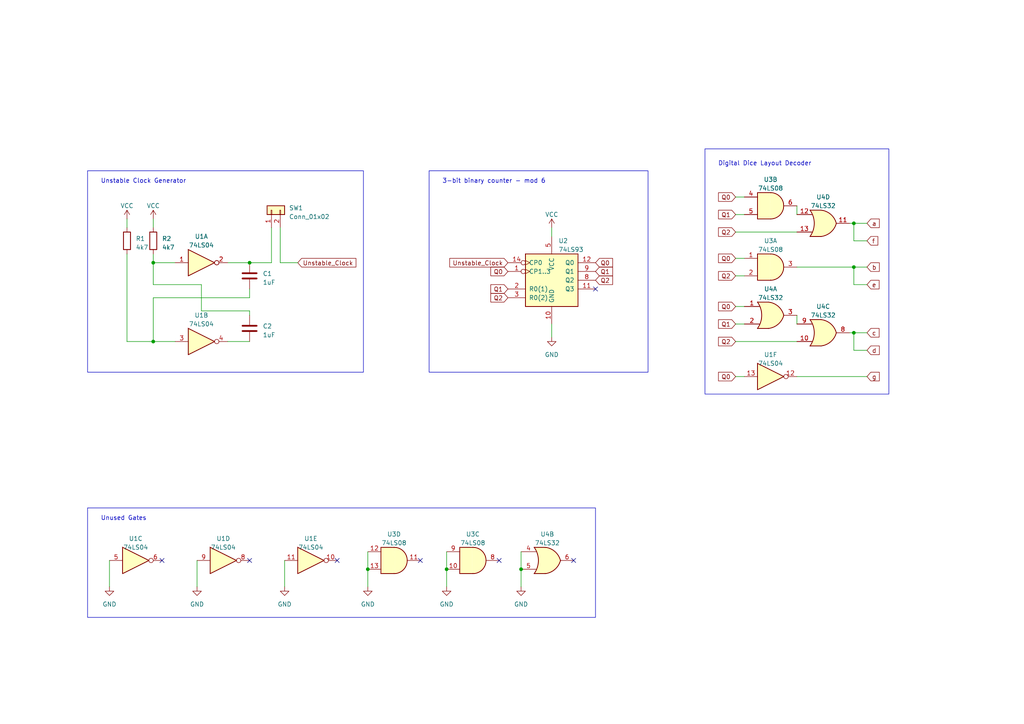
<source format=kicad_sch>
(kicad_sch (version 20230121) (generator eeschema)
  (paper "A4")
  (lib_symbols
    (symbol "74xx:74LS04"
      (property "Reference" "U" (at 0 1.27 0))
      (property "Value" "74LS04" (at 0 -1.27 0))
      (symbol "74LS04_1_0"
        (polyline (pts (xy -3.81 3.81) (xy -3.81 -3.81) (xy 3.81 0) (xy -3.81 3.81)) (stroke (width 0.254)) (fill (type background)))
        (pin input line (at -7.62 0 0) (length 3.81) (name "~") (number "1"))
        (pin output inverted (at 7.62 0 180) (length 3.81) (name "~") (number "2"))
      )
      (symbol "74LS04_2_0"
        (polyline (pts (xy -3.81 3.81) (xy -3.81 -3.81) (xy 3.81 0) (xy -3.81 3.81)) (stroke (width 0.254)) (fill (type background)))
        (pin input line (at -7.62 0 0) (length 3.81) (name "~") (number "3"))
        (pin output inverted (at 7.62 0 180) (length 3.81) (name "~") (number "4"))
      )
      (symbol "74LS04_3_0"
        (polyline (pts (xy -3.81 3.81) (xy -3.81 -3.81) (xy 3.81 0) (xy -3.81 3.81)) (stroke (width 0.254)) (fill (type background)))
        (pin input line (at -7.62 0 0) (length 3.81) (name "~") (number "5"))
        (pin output inverted (at 7.62 0 180) (length 3.81) (name "~") (number "6"))
      )
      (symbol "74LS04_4_0"
        (polyline (pts (xy -3.81 3.81) (xy -3.81 -3.81) (xy 3.81 0) (xy -3.81 3.81)) (stroke (width 0.254)) (fill (type background)))
        (pin output inverted (at 7.62 0 180) (length 3.81) (name "~") (number "8"))
        (pin input line (at -7.62 0 0) (length 3.81) (name "~") (number "9"))
      )
      (symbol "74LS04_5_0"
        (polyline (pts (xy -3.81 3.81) (xy -3.81 -3.81) (xy 3.81 0) (xy -3.81 3.81)) (stroke (width 0.254)) (fill (type background)))
        (pin output inverted (at 7.62 0 180) (length 3.81) (name "~") (number "10"))
        (pin input line (at -7.62 0 0) (length 3.81) (name "~") (number "11"))
      )
      (symbol "74LS04_6_0"
        (polyline (pts (xy -3.81 3.81) (xy -3.81 -3.81) (xy 3.81 0) (xy -3.81 3.81)) (stroke (width 0.254)) (fill (type background)))
        (pin output inverted (at 7.62 0 180) (length 3.81) (name "~") (number "12"))
        (pin input line (at -7.62 0 0) (length 3.81) (name "~") (number "13"))
      )
      (symbol "74LS04_7_0"
        (pin power_in line (at 0 12.7 270) (length 5.08) (name "VCC") (number "14"))
        (pin power_in line (at 0 -12.7 90) (length 5.08) (name "GND") (number "7"))
      )
      (symbol "74LS04_7_1"
        (rectangle (start -5.08 7.62) (end 5.08 -7.62) (stroke (width 0.254)) (fill (type background)))
      )
    )
    (symbol "74xx:74LS08" (pin_names (offset 1.016))
      (property "Reference" "U" (at 0 1.27 0))
      (property "Value" "74LS08" (at 0 -1.27 0))
      (symbol "74LS08_1_1"
        (arc (start 0 -3.81) (mid 3.7934 0) (end 0 3.81) (stroke (width 0.254)) (fill (type background)))
        (polyline (pts (xy 0 3.81) (xy -3.81 3.81) (xy -3.81 -3.81) (xy 0 -3.81)) (stroke (width 0.254)) (fill (type background)))
        (pin input line (at -7.62 2.54 0) (length 3.81) (name "~") (number "1"))
        (pin input line (at -7.62 -2.54 0) (length 3.81) (name "~") (number "2"))
        (pin output line (at 7.62 0 180) (length 3.81) (name "~") (number "3"))
      )
      (symbol "74LS08_1_2"
        (arc (start -3.81 -3.81) (mid -2.589 0) (end -3.81 3.81) (stroke (width 0.254)))
        (arc (start -0.6096 -3.81) (mid 2.1842 -2.5851) (end 3.81 0) (stroke (width 0.254)) (fill (type background)))
        (polyline (pts (xy -3.81 -3.81) (xy -0.635 -3.81)) (stroke (width 0.254)) (fill (type background)))
        (polyline (pts (xy -3.81 3.81) (xy -0.635 3.81)) (stroke (width 0.254)) (fill (type background)))
        (polyline (pts (xy -0.635 3.81) (xy -3.81 3.81) (xy -3.81 3.81) (xy -3.556 3.4036) (xy -3.0226 2.2606) (xy -2.6924 1.0414) (xy -2.6162 -0.254) (xy -2.7686 -1.4986) (xy -3.175 -2.7178) (xy -3.81 -3.81) (xy -3.81 -3.81) (xy -0.635 -3.81)) (stroke (width -25.4)) (fill (type background)))
        (arc (start 3.81 0) (mid 2.1915 2.5936) (end -0.6096 3.81) (stroke (width 0.254)) (fill (type background)))
        (pin input inverted (at -7.62 2.54 0) (length 4.318) (name "~") (number "1"))
        (pin input inverted (at -7.62 -2.54 0) (length 4.318) (name "~") (number "2"))
        (pin output inverted (at 7.62 0 180) (length 3.81) (name "~") (number "3"))
      )
      (symbol "74LS08_2_1"
        (arc (start 0 -3.81) (mid 3.7934 0) (end 0 3.81) (stroke (width 0.254)) (fill (type background)))
        (polyline (pts (xy 0 3.81) (xy -3.81 3.81) (xy -3.81 -3.81) (xy 0 -3.81)) (stroke (width 0.254)) (fill (type background)))
        (pin input line (at -7.62 2.54 0) (length 3.81) (name "~") (number "4"))
        (pin input line (at -7.62 -2.54 0) (length 3.81) (name "~") (number "5"))
        (pin output line (at 7.62 0 180) (length 3.81) (name "~") (number "6"))
      )
      (symbol "74LS08_2_2"
        (arc (start -3.81 -3.81) (mid -2.589 0) (end -3.81 3.81) (stroke (width 0.254)))
        (arc (start -0.6096 -3.81) (mid 2.1842 -2.5851) (end 3.81 0) (stroke (width 0.254)) (fill (type background)))
        (polyline (pts (xy -3.81 -3.81) (xy -0.635 -3.81)) (stroke (width 0.254)) (fill (type background)))
        (polyline (pts (xy -3.81 3.81) (xy -0.635 3.81)) (stroke (width 0.254)) (fill (type background)))
        (polyline (pts (xy -0.635 3.81) (xy -3.81 3.81) (xy -3.81 3.81) (xy -3.556 3.4036) (xy -3.0226 2.2606) (xy -2.6924 1.0414) (xy -2.6162 -0.254) (xy -2.7686 -1.4986) (xy -3.175 -2.7178) (xy -3.81 -3.81) (xy -3.81 -3.81) (xy -0.635 -3.81)) (stroke (width -25.4)) (fill (type background)))
        (arc (start 3.81 0) (mid 2.1915 2.5936) (end -0.6096 3.81) (stroke (width 0.254)) (fill (type background)))
        (pin input inverted (at -7.62 2.54 0) (length 4.318) (name "~") (number "4"))
        (pin input inverted (at -7.62 -2.54 0) (length 4.318) (name "~") (number "5"))
        (pin output inverted (at 7.62 0 180) (length 3.81) (name "~") (number "6"))
      )
      (symbol "74LS08_3_1"
        (arc (start 0 -3.81) (mid 3.7934 0) (end 0 3.81) (stroke (width 0.254)) (fill (type background)))
        (polyline (pts (xy 0 3.81) (xy -3.81 3.81) (xy -3.81 -3.81) (xy 0 -3.81)) (stroke (width 0.254)) (fill (type background)))
        (pin input line (at -7.62 -2.54 0) (length 3.81) (name "~") (number "10"))
        (pin output line (at 7.62 0 180) (length 3.81) (name "~") (number "8"))
        (pin input line (at -7.62 2.54 0) (length 3.81) (name "~") (number "9"))
      )
      (symbol "74LS08_3_2"
        (arc (start -3.81 -3.81) (mid -2.589 0) (end -3.81 3.81) (stroke (width 0.254)))
        (arc (start -0.6096 -3.81) (mid 2.1842 -2.5851) (end 3.81 0) (stroke (width 0.254)) (fill (type background)))
        (polyline (pts (xy -3.81 -3.81) (xy -0.635 -3.81)) (stroke (width 0.254)) (fill (type background)))
        (polyline (pts (xy -3.81 3.81) (xy -0.635 3.81)) (stroke (width 0.254)) (fill (type background)))
        (polyline (pts (xy -0.635 3.81) (xy -3.81 3.81) (xy -3.81 3.81) (xy -3.556 3.4036) (xy -3.0226 2.2606) (xy -2.6924 1.0414) (xy -2.6162 -0.254) (xy -2.7686 -1.4986) (xy -3.175 -2.7178) (xy -3.81 -3.81) (xy -3.81 -3.81) (xy -0.635 -3.81)) (stroke (width -25.4)) (fill (type background)))
        (arc (start 3.81 0) (mid 2.1915 2.5936) (end -0.6096 3.81) (stroke (width 0.254)) (fill (type background)))
        (pin input inverted (at -7.62 -2.54 0) (length 4.318) (name "~") (number "10"))
        (pin output inverted (at 7.62 0 180) (length 3.81) (name "~") (number "8"))
        (pin input inverted (at -7.62 2.54 0) (length 4.318) (name "~") (number "9"))
      )
      (symbol "74LS08_4_1"
        (arc (start 0 -3.81) (mid 3.7934 0) (end 0 3.81) (stroke (width 0.254)) (fill (type background)))
        (polyline (pts (xy 0 3.81) (xy -3.81 3.81) (xy -3.81 -3.81) (xy 0 -3.81)) (stroke (width 0.254)) (fill (type background)))
        (pin output line (at 7.62 0 180) (length 3.81) (name "~") (number "11"))
        (pin input line (at -7.62 2.54 0) (length 3.81) (name "~") (number "12"))
        (pin input line (at -7.62 -2.54 0) (length 3.81) (name "~") (number "13"))
      )
      (symbol "74LS08_4_2"
        (arc (start -3.81 -3.81) (mid -2.589 0) (end -3.81 3.81) (stroke (width 0.254)))
        (arc (start -0.6096 -3.81) (mid 2.1842 -2.5851) (end 3.81 0) (stroke (width 0.254)) (fill (type background)))
        (polyline (pts (xy -3.81 -3.81) (xy -0.635 -3.81)) (stroke (width 0.254)) (fill (type background)))
        (polyline (pts (xy -3.81 3.81) (xy -0.635 3.81)) (stroke (width 0.254)) (fill (type background)))
        (polyline (pts (xy -0.635 3.81) (xy -3.81 3.81) (xy -3.81 3.81) (xy -3.556 3.4036) (xy -3.0226 2.2606) (xy -2.6924 1.0414) (xy -2.6162 -0.254) (xy -2.7686 -1.4986) (xy -3.175 -2.7178) (xy -3.81 -3.81) (xy -3.81 -3.81) (xy -0.635 -3.81)) (stroke (width -25.4)) (fill (type background)))
        (arc (start 3.81 0) (mid 2.1915 2.5936) (end -0.6096 3.81) (stroke (width 0.254)) (fill (type background)))
        (pin output inverted (at 7.62 0 180) (length 3.81) (name "~") (number "11"))
        (pin input inverted (at -7.62 2.54 0) (length 4.318) (name "~") (number "12"))
        (pin input inverted (at -7.62 -2.54 0) (length 4.318) (name "~") (number "13"))
      )
      (symbol "74LS08_5_0"
        (pin power_in line (at 0 12.7 270) (length 5.08) (name "VCC") (number "14"))
        (pin power_in line (at 0 -12.7 90) (length 5.08) (name "GND") (number "7"))
      )
      (symbol "74LS08_5_1"
        (rectangle (start -5.08 7.62) (end 5.08 -7.62) (stroke (width 0.254)) (fill (type background)))
      )
    )
    (symbol "74xx:74LS32" (pin_names (offset 1.016))
      (property "Reference" "U" (at 0 1.27 0))
      (property "Value" "74LS32" (at 0 -1.27 0))
      (symbol "74LS32_1_1"
        (arc (start -3.81 -3.81) (mid -2.589 0) (end -3.81 3.81) (stroke (width 0.254)))
        (arc (start -0.6096 -3.81) (mid 2.1842 -2.5851) (end 3.81 0) (stroke (width 0.254)) (fill (type background)))
        (polyline (pts (xy -3.81 -3.81) (xy -0.635 -3.81)) (stroke (width 0.254)) (fill (type background)))
        (polyline (pts (xy -3.81 3.81) (xy -0.635 3.81)) (stroke (width 0.254)) (fill (type background)))
        (polyline (pts (xy -0.635 3.81) (xy -3.81 3.81) (xy -3.81 3.81) (xy -3.556 3.4036) (xy -3.0226 2.2606) (xy -2.6924 1.0414) (xy -2.6162 -0.254) (xy -2.7686 -1.4986) (xy -3.175 -2.7178) (xy -3.81 -3.81) (xy -3.81 -3.81) (xy -0.635 -3.81)) (stroke (width -25.4)) (fill (type background)))
        (arc (start 3.81 0) (mid 2.1915 2.5936) (end -0.6096 3.81) (stroke (width 0.254)) (fill (type background)))
        (pin input line (at -7.62 2.54 0) (length 4.318) (name "~") (number "1"))
        (pin input line (at -7.62 -2.54 0) (length 4.318) (name "~") (number "2"))
        (pin output line (at 7.62 0 180) (length 3.81) (name "~") (number "3"))
      )
      (symbol "74LS32_1_2"
        (arc (start 0 -3.81) (mid 3.7934 0) (end 0 3.81) (stroke (width 0.254)) (fill (type background)))
        (polyline (pts (xy 0 3.81) (xy -3.81 3.81) (xy -3.81 -3.81) (xy 0 -3.81)) (stroke (width 0.254)) (fill (type background)))
        (pin input inverted (at -7.62 2.54 0) (length 3.81) (name "~") (number "1"))
        (pin input inverted (at -7.62 -2.54 0) (length 3.81) (name "~") (number "2"))
        (pin output inverted (at 7.62 0 180) (length 3.81) (name "~") (number "3"))
      )
      (symbol "74LS32_2_1"
        (arc (start -3.81 -3.81) (mid -2.589 0) (end -3.81 3.81) (stroke (width 0.254)))
        (arc (start -0.6096 -3.81) (mid 2.1842 -2.5851) (end 3.81 0) (stroke (width 0.254)) (fill (type background)))
        (polyline (pts (xy -3.81 -3.81) (xy -0.635 -3.81)) (stroke (width 0.254)) (fill (type background)))
        (polyline (pts (xy -3.81 3.81) (xy -0.635 3.81)) (stroke (width 0.254)) (fill (type background)))
        (polyline (pts (xy -0.635 3.81) (xy -3.81 3.81) (xy -3.81 3.81) (xy -3.556 3.4036) (xy -3.0226 2.2606) (xy -2.6924 1.0414) (xy -2.6162 -0.254) (xy -2.7686 -1.4986) (xy -3.175 -2.7178) (xy -3.81 -3.81) (xy -3.81 -3.81) (xy -0.635 -3.81)) (stroke (width -25.4)) (fill (type background)))
        (arc (start 3.81 0) (mid 2.1915 2.5936) (end -0.6096 3.81) (stroke (width 0.254)) (fill (type background)))
        (pin input line (at -7.62 2.54 0) (length 4.318) (name "~") (number "4"))
        (pin input line (at -7.62 -2.54 0) (length 4.318) (name "~") (number "5"))
        (pin output line (at 7.62 0 180) (length 3.81) (name "~") (number "6"))
      )
      (symbol "74LS32_2_2"
        (arc (start 0 -3.81) (mid 3.7934 0) (end 0 3.81) (stroke (width 0.254)) (fill (type background)))
        (polyline (pts (xy 0 3.81) (xy -3.81 3.81) (xy -3.81 -3.81) (xy 0 -3.81)) (stroke (width 0.254)) (fill (type background)))
        (pin input inverted (at -7.62 2.54 0) (length 3.81) (name "~") (number "4"))
        (pin input inverted (at -7.62 -2.54 0) (length 3.81) (name "~") (number "5"))
        (pin output inverted (at 7.62 0 180) (length 3.81) (name "~") (number "6"))
      )
      (symbol "74LS32_3_1"
        (arc (start -3.81 -3.81) (mid -2.589 0) (end -3.81 3.81) (stroke (width 0.254)))
        (arc (start -0.6096 -3.81) (mid 2.1842 -2.5851) (end 3.81 0) (stroke (width 0.254)) (fill (type background)))
        (polyline (pts (xy -3.81 -3.81) (xy -0.635 -3.81)) (stroke (width 0.254)) (fill (type background)))
        (polyline (pts (xy -3.81 3.81) (xy -0.635 3.81)) (stroke (width 0.254)) (fill (type background)))
        (polyline (pts (xy -0.635 3.81) (xy -3.81 3.81) (xy -3.81 3.81) (xy -3.556 3.4036) (xy -3.0226 2.2606) (xy -2.6924 1.0414) (xy -2.6162 -0.254) (xy -2.7686 -1.4986) (xy -3.175 -2.7178) (xy -3.81 -3.81) (xy -3.81 -3.81) (xy -0.635 -3.81)) (stroke (width -25.4)) (fill (type background)))
        (arc (start 3.81 0) (mid 2.1915 2.5936) (end -0.6096 3.81) (stroke (width 0.254)) (fill (type background)))
        (pin input line (at -7.62 -2.54 0) (length 4.318) (name "~") (number "10"))
        (pin output line (at 7.62 0 180) (length 3.81) (name "~") (number "8"))
        (pin input line (at -7.62 2.54 0) (length 4.318) (name "~") (number "9"))
      )
      (symbol "74LS32_3_2"
        (arc (start 0 -3.81) (mid 3.7934 0) (end 0 3.81) (stroke (width 0.254)) (fill (type background)))
        (polyline (pts (xy 0 3.81) (xy -3.81 3.81) (xy -3.81 -3.81) (xy 0 -3.81)) (stroke (width 0.254)) (fill (type background)))
        (pin input inverted (at -7.62 -2.54 0) (length 3.81) (name "~") (number "10"))
        (pin output inverted (at 7.62 0 180) (length 3.81) (name "~") (number "8"))
        (pin input inverted (at -7.62 2.54 0) (length 3.81) (name "~") (number "9"))
      )
      (symbol "74LS32_4_1"
        (arc (start -3.81 -3.81) (mid -2.589 0) (end -3.81 3.81) (stroke (width 0.254)))
        (arc (start -0.6096 -3.81) (mid 2.1842 -2.5851) (end 3.81 0) (stroke (width 0.254)) (fill (type background)))
        (polyline (pts (xy -3.81 -3.81) (xy -0.635 -3.81)) (stroke (width 0.254)) (fill (type background)))
        (polyline (pts (xy -3.81 3.81) (xy -0.635 3.81)) (stroke (width 0.254)) (fill (type background)))
        (polyline (pts (xy -0.635 3.81) (xy -3.81 3.81) (xy -3.81 3.81) (xy -3.556 3.4036) (xy -3.0226 2.2606) (xy -2.6924 1.0414) (xy -2.6162 -0.254) (xy -2.7686 -1.4986) (xy -3.175 -2.7178) (xy -3.81 -3.81) (xy -3.81 -3.81) (xy -0.635 -3.81)) (stroke (width -25.4)) (fill (type background)))
        (arc (start 3.81 0) (mid 2.1915 2.5936) (end -0.6096 3.81) (stroke (width 0.254)) (fill (type background)))
        (pin output line (at 7.62 0 180) (length 3.81) (name "~") (number "11"))
        (pin input line (at -7.62 2.54 0) (length 4.318) (name "~") (number "12"))
        (pin input line (at -7.62 -2.54 0) (length 4.318) (name "~") (number "13"))
      )
      (symbol "74LS32_4_2"
        (arc (start 0 -3.81) (mid 3.7934 0) (end 0 3.81) (stroke (width 0.254)) (fill (type background)))
        (polyline (pts (xy 0 3.81) (xy -3.81 3.81) (xy -3.81 -3.81) (xy 0 -3.81)) (stroke (width 0.254)) (fill (type background)))
        (pin output inverted (at 7.62 0 180) (length 3.81) (name "~") (number "11"))
        (pin input inverted (at -7.62 2.54 0) (length 3.81) (name "~") (number "12"))
        (pin input inverted (at -7.62 -2.54 0) (length 3.81) (name "~") (number "13"))
      )
      (symbol "74LS32_5_0"
        (pin power_in line (at 0 12.7 270) (length 5.08) (name "VCC") (number "14"))
        (pin power_in line (at 0 -12.7 90) (length 5.08) (name "GND") (number "7"))
      )
      (symbol "74LS32_5_1"
        (rectangle (start -5.08 7.62) (end 5.08 -7.62) (stroke (width 0.254)) (fill (type background)))
      )
    )
    (symbol "74xx:74LS93" (pin_names (offset 1.016))
      (property "Reference" "U" (at -7.62 8.89 0))
      (property "Value" "74LS93" (at -7.62 -8.89 0))
      (symbol "74LS93_1_0"
        (pin input inverted_clock (at -12.7 2.54 0) (length 5.08) (name "CP1..3") (number "1"))
        (pin power_in line (at 0 -12.7 90) (length 5.08) (name "GND") (number "10"))
        (pin output line (at 12.7 -2.54 180) (length 5.08) (name "Q3") (number "11"))
        (pin output line (at 12.7 5.08 180) (length 5.08) (name "Q0") (number "12"))
        (pin input inverted_clock (at -12.7 5.08 0) (length 5.08) (name "CP0") (number "14"))
        (pin input line (at -12.7 -2.54 0) (length 5.08) (name "R0(1)") (number "2"))
        (pin input line (at -12.7 -5.08 0) (length 5.08) (name "R0(2)") (number "3"))
        (pin power_in line (at 0 12.7 270) (length 5.08) (name "VCC") (number "5"))
        (pin output line (at 12.7 0 180) (length 5.08) (name "Q2") (number "8"))
        (pin output line (at 12.7 2.54 180) (length 5.08) (name "Q1") (number "9"))
      )
      (symbol "74LS93_1_1"
        (rectangle (start -7.62 7.62) (end 7.62 -7.62) (stroke (width 0.254)) (fill (type background)))
      )
    )
    (symbol "Connector_Generic:Conn_01x02" (pin_names (offset 1.016) hide)
      (property "Reference" "J" (at 0 2.54 0))
      (property "Value" "Conn_01x02" (at 0 -5.08 0))
      (symbol "Conn_01x02_1_1"
        (rectangle (start -1.27 -2.413) (end 0 -2.667) (stroke (width 0.1524)))
        (rectangle (start -1.27 0.127) (end 0 -0.127) (stroke (width 0.1524)))
        (rectangle (start -1.27 1.27) (end 1.27 -3.81) (stroke (width 0.254)) (fill (type background)))
        (pin passive line (at -5.08 0 0) (length 3.81) (name "Pin_1") (number "1"))
        (pin passive line (at -5.08 -2.54 0) (length 3.81) (name "Pin_2") (number "2"))
      )
    )
    (symbol "Device:C" (pin_numbers hide) (pin_names (offset 0.254))
      (property "Reference" "C" (at 0.635 2.54 0))
      (property "Value" "C" (at 0.635 -2.54 0))
      (symbol "C_0_1"
        (polyline (pts (xy -2.032 -0.762) (xy 2.032 -0.762)) (stroke (width 0.508)))
        (polyline (pts (xy -2.032 0.762) (xy 2.032 0.762)) (stroke (width 0.508)))
      )
      (symbol "C_1_1"
        (pin passive line (at 0 3.81 270) (length 2.794) (name "~") (number "1"))
        (pin passive line (at 0 -3.81 90) (length 2.794) (name "~") (number "2"))
      )
    )
    (symbol "Device:R" (pin_numbers hide) (pin_names (offset 0))
      (property "Reference" "R" (at 2.032 0 90))
      (property "Value" "R" (at 0 0 90))
      (symbol "R_0_1"
        (rectangle (start -1.016 -2.54) (end 1.016 2.54) (stroke (width 0.254)))
      )
      (symbol "R_1_1"
        (pin passive line (at 0 3.81 270) (length 1.27) (name "~") (number "1"))
        (pin passive line (at 0 -3.81 90) (length 1.27) (name "~") (number "2"))
      )
    )
    (symbol "power:GND" (power) (pin_names (offset 0))
      (property "Value" "GND" (at 0 -3.81 0))
      (symbol "GND_0_1"
        (polyline (pts (xy 0 0) (xy 0 -1.27) (xy 1.27 -1.27) (xy 0 -2.54) (xy -1.27 -1.27) (xy 0 -1.27)))
      )
      (symbol "GND_1_1"
        (pin power_in line (at 0 0 270) (length 0) hide (name "GND") (number "1"))
      )
    )
    (symbol "power:VCC" (power) (pin_names (offset 0))
      (property "Value" "VCC" (at 0 3.81 0))
      (symbol "VCC_0_1"
        (polyline (pts (xy -0.762 1.27) (xy 0 2.54)))
        (polyline (pts (xy 0 0) (xy 0 2.54)))
        (polyline (pts (xy 0 2.54) (xy 0.762 1.27)))
      )
      (symbol "VCC_1_1"
        (pin power_in line (at 0 0 90) (length 0) hide (name "VCC") (number "1"))
      )
    )
  )
  (junction (at 106.68 165.1))
  (junction (at 247.65 77.47))
  (junction (at 247.65 64.77))
  (junction (at 44.45 99.06))
  (junction (at 151.13 165.1))
  (junction (at 129.54 165.1))
  (junction (at 44.45 76.2))
  (junction (at 247.65 96.52))
  (junction (at 72.39 76.2))
  (no_connect (at 166.37 162.56))
  (no_connect (at 97.79 162.56))
  (no_connect (at 46.99 162.56))
  (no_connect (at 172.72 83.82))
  (no_connect (at 144.78 162.56))
  (no_connect (at 121.92 162.56))
  (no_connect (at 72.39 162.56))
  (wire (pts (xy 251.46 101.6) (xy 247.65 101.6)))
  (wire (pts (xy 247.65 69.85) (xy 247.65 64.77)))
  (wire (pts (xy 72.39 76.2) (xy 78.74 76.2)))
  (wire (pts (xy 36.83 73.66) (xy 36.83 99.06)))
  (wire (pts (xy 231.14 77.47) (xy 247.65 77.47)))
  (wire (pts (xy 251.46 82.55) (xy 247.65 82.55)))
  (wire (pts (xy 247.65 101.6) (xy 247.65 96.52)))
  (wire (pts (xy 231.14 109.22) (xy 251.46 109.22)))
  (wire (pts (xy 251.46 96.52) (xy 247.65 96.52)))
  (wire (pts (xy 213.36 74.93) (xy 215.9 74.93)))
  (wire (pts (xy 231.14 93.98) (xy 231.14 91.44)))
  (wire (pts (xy 151.13 165.1) (xy 151.13 170.18)))
  (wire (pts (xy 44.45 73.66) (xy 44.45 76.2)))
  (wire (pts (xy 251.46 69.85) (xy 247.65 69.85)))
  (wire (pts (xy 247.65 96.52) (xy 246.38 96.52)))
  (wire (pts (xy 231.14 62.23) (xy 231.14 59.69)))
  (wire (pts (xy 44.45 99.06) (xy 50.8 99.06)))
  (wire (pts (xy 129.54 165.1) (xy 129.54 170.18)))
  (wire (pts (xy 66.04 99.06) (xy 72.39 99.06)))
  (wire (pts (xy 160.02 66.04) (xy 160.02 68.58)))
  (wire (pts (xy 81.28 76.2) (xy 81.28 66.04)))
  (wire (pts (xy 66.04 76.2) (xy 72.39 76.2)))
  (wire (pts (xy 57.15 162.56) (xy 57.15 170.18)))
  (wire (pts (xy 36.83 63.5) (xy 36.83 66.04)))
  (wire (pts (xy 251.46 77.47) (xy 247.65 77.47)))
  (wire (pts (xy 213.36 99.06) (xy 231.14 99.06)))
  (wire (pts (xy 58.42 82.55) (xy 44.45 82.55)))
  (wire (pts (xy 36.83 99.06) (xy 44.45 99.06)))
  (wire (pts (xy 106.68 165.1) (xy 106.68 170.18)))
  (wire (pts (xy 72.39 90.17) (xy 58.42 90.17)))
  (wire (pts (xy 213.36 93.98) (xy 215.9 93.98)))
  (wire (pts (xy 129.54 160.02) (xy 129.54 165.1)))
  (wire (pts (xy 160.02 93.98) (xy 160.02 97.79)))
  (wire (pts (xy 44.45 82.55) (xy 44.45 76.2)))
  (wire (pts (xy 213.36 109.22) (xy 215.9 109.22)))
  (wire (pts (xy 213.36 67.31) (xy 231.14 67.31)))
  (wire (pts (xy 72.39 86.36) (xy 44.45 86.36)))
  (wire (pts (xy 151.13 160.02) (xy 151.13 165.1)))
  (wire (pts (xy 78.74 66.04) (xy 78.74 76.2)))
  (wire (pts (xy 247.65 82.55) (xy 247.65 77.47)))
  (wire (pts (xy 251.46 64.77) (xy 247.65 64.77)))
  (wire (pts (xy 213.36 62.23) (xy 215.9 62.23)))
  (wire (pts (xy 82.55 162.56) (xy 82.55 170.18)))
  (wire (pts (xy 44.45 76.2) (xy 50.8 76.2)))
  (wire (pts (xy 81.28 76.2) (xy 86.36 76.2)))
  (wire (pts (xy 72.39 83.82) (xy 72.39 86.36)))
  (wire (pts (xy 106.68 160.02) (xy 106.68 165.1)))
  (wire (pts (xy 72.39 91.44) (xy 72.39 90.17)))
  (wire (pts (xy 31.75 162.56) (xy 31.75 170.18)))
  (wire (pts (xy 44.45 86.36) (xy 44.45 99.06)))
  (wire (pts (xy 247.65 64.77) (xy 246.38 64.77)))
  (wire (pts (xy 213.36 88.9) (xy 215.9 88.9)))
  (wire (pts (xy 44.45 63.5) (xy 44.45 66.04)))
  (wire (pts (xy 213.36 80.01) (xy 215.9 80.01)))
  (wire (pts (xy 58.42 90.17) (xy 58.42 82.55)))
  (wire (pts (xy 213.36 57.15) (xy 215.9 57.15)))
  (rectangle (start 124.46 49.53) (end 187.96 107.95))
  (rectangle (start 204.47 43.18) (end 257.81 114.3))
  (rectangle (start 25.4 49.53) (end 105.41 107.95))
  (rectangle (start 25.4 147.32) (end 172.72 179.07))
  (text "3-bit binary counter - mod 6" (at 128.27 53.34 0) (effects (font (size 1.27 1.27)) (justify left bottom)))
  (text "Unstable Clock Generator" (at 29.21 53.34 0) (effects (font (size 1.27 1.27)) (justify left bottom)))
  (text "Digital Dice Layout Decoder" (at 208.28 48.26 0) (effects (font (size 1.27 1.27)) (justify left bottom)))
  (text "Unused Gates" (at 29.21 151.13 0) (effects (font (size 1.27 1.27)) (justify left bottom)))
  (global_label "Q2" (shape input) (at 172.72 81.28 0) (property "Intersheetrefs" "${INTERSHEET_REFS}" (effects hide)))
  (global_label "a" (shape input) (at 251.46 64.77 0) (property "Intersheetrefs" "${INTERSHEET_REFS}" (effects hide)))
  (global_label "Q0" (shape input) (at 213.36 57.15 180) (property "Intersheetrefs" "${INTERSHEET_REFS}" (effects hide)))
  (global_label "Q2" (shape input) (at 213.36 67.31 180) (property "Intersheetrefs" "${INTERSHEET_REFS}" (effects hide)))
  (global_label "d" (shape input) (at 251.46 101.6 0) (property "Intersheetrefs" "${INTERSHEET_REFS}" (effects hide)))
  (global_label "Q0" (shape input) (at 172.72 76.2 0) (property "Intersheetrefs" "${INTERSHEET_REFS}" (effects hide)))
  (global_label "Q1" (shape input) (at 172.72 78.74 0) (property "Intersheetrefs" "${INTERSHEET_REFS}" (effects hide)))
  (global_label "Q1" (shape input) (at 147.32 83.82 180) (property "Intersheetrefs" "${INTERSHEET_REFS}" (effects hide)))
  (global_label "Unstable_Clock" (shape input) (at 147.32 76.2 180) (property "Intersheetrefs" "${INTERSHEET_REFS}" (effects hide)))
  (global_label "Q0" (shape input) (at 147.32 78.74 180) (property "Intersheetrefs" "${INTERSHEET_REFS}" (effects hide)))
  (global_label "Q2" (shape input) (at 213.36 80.01 180) (property "Intersheetrefs" "${INTERSHEET_REFS}" (effects hide)))
  (global_label "Q0" (shape input) (at 213.36 74.93 180) (property "Intersheetrefs" "${INTERSHEET_REFS}" (effects hide)))
  (global_label "Unstable_Clock" (shape input) (at 86.36 76.2 0) (property "Intersheetrefs" "${INTERSHEET_REFS}" (effects hide)))
  (global_label "Q1" (shape input) (at 213.36 93.98 180) (property "Intersheetrefs" "${INTERSHEET_REFS}" (effects hide)))
  (global_label "Q0" (shape input) (at 213.36 88.9 180) (property "Intersheetrefs" "${INTERSHEET_REFS}" (effects hide)))
  (global_label "c" (shape input) (at 251.46 96.52 0) (property "Intersheetrefs" "${INTERSHEET_REFS}" (effects hide)))
  (global_label "b" (shape input) (at 251.46 77.47 0) (property "Intersheetrefs" "${INTERSHEET_REFS}" (effects hide)))
  (global_label "Q1" (shape input) (at 213.36 62.23 180) (property "Intersheetrefs" "${INTERSHEET_REFS}" (effects hide)))
  (global_label "e" (shape input) (at 251.46 82.55 0) (property "Intersheetrefs" "${INTERSHEET_REFS}" (effects hide)))
  (global_label "Q2" (shape input) (at 147.32 86.36 180) (property "Intersheetrefs" "${INTERSHEET_REFS}" (effects hide)))
  (global_label "f" (shape input) (at 251.46 69.85 0) (property "Intersheetrefs" "${INTERSHEET_REFS}" (effects hide)))
  (global_label "Q0" (shape input) (at 213.36 109.22 180) (property "Intersheetrefs" "${INTERSHEET_REFS}" (effects hide)))
  (global_label "g" (shape input) (at 251.46 109.22 0) (property "Intersheetrefs" "${INTERSHEET_REFS}" (effects hide)))
  (global_label "Q2" (shape input) (at 213.36 99.06 180) (property "Intersheetrefs" "${INTERSHEET_REFS}" (effects hide)))
  (symbol (lib_id "Device:C") (at 72.39 95.25 0) (unit 1)
    (property "Reference" "C2" (at 76.2 94.615 0) (effects (justify left)))
    (property "Value" "1uF" (at 76.2 97.155 0) (effects (justify left)))
    (property "Footprint" "Capacitor_THT:CP_Radial_D5.0mm_P2.50mm" (effects hide))
  )
  (symbol (lib_id "power:GND") (at 82.55 170.18 0) (unit 1)
    (property "Reference" "#PWR021" (effects hide))
    (property "Value" "GND" (at 82.55 175.26 0))
  )
  (symbol (lib_id "power:GND") (at 129.54 170.18 0) (unit 1)
    (property "Reference" "#PWR023" (effects hide))
    (property "Value" "GND" (at 129.54 175.26 0))
  )
  (symbol (lib_id "74xx:74LS04") (at 39.37 162.56 0) (unit 3)
    (property "Reference" "U1" (at 39.37 156.21 0))
    (property "Value" "74LS04" (at 39.37 158.75 0))
    (property "Footprint" "Package_DIP:DIP-14_W7.62mm" (effects hide))
    (property "Datasheet" "http://www.ti.com/lit/gpn/sn74LS04" (effects hide))
    (property "Sim.Enable" "0" (effects hide))
  )
  (symbol (lib_id "74xx:74LS93") (at 160.02 81.28 0) (unit 1)
    (property "Reference" "U2" (at 161.9759 69.85 0) (effects (justify left)))
    (property "Value" "74LS93" (at 161.9759 72.39 0) (effects (justify left)))
    (property "Footprint" "Package_DIP:DIP-14_W7.62mm" (effects hide))
    (property "Datasheet" "http://www.ti.com/lit/gpn/sn74LS93" (effects hide))
  )
  (symbol (lib_id "74xx:74LS32") (at 158.75 162.56 0) (unit 2)
    (property "Reference" "U4" (at 158.75 154.94 0))
    (property "Value" "74LS32" (at 158.75 157.48 0))
    (property "Footprint" "Package_DIP:DIP-14_W7.62mm" (effects hide))
    (property "Datasheet" "http://www.ti.com/lit/gpn/sn74LS32" (effects hide))
    (property "Sim.Enable" "0" (effects hide))
  )
  (symbol (lib_id "power:GND") (at 57.15 170.18 0) (unit 1)
    (property "Reference" "#PWR020" (effects hide))
    (property "Value" "GND" (at 57.15 175.26 0))
  )
  (symbol (lib_id "power:VCC") (at 160.02 66.04 0) (unit 1)
    (property "Reference" "#PWR05" (effects hide))
    (property "Value" "VCC" (at 160.02 62.23 0))
  )
  (symbol (lib_id "74xx:74LS04") (at 90.17 162.56 0) (unit 5)
    (property "Reference" "U1" (at 90.17 156.21 0))
    (property "Value" "74LS04" (at 90.17 158.75 0))
    (property "Footprint" "Package_DIP:DIP-14_W7.62mm" (effects hide))
    (property "Datasheet" "http://www.ti.com/lit/gpn/sn74LS04" (effects hide))
    (property "Sim.Enable" "0" (effects hide))
  )
  (symbol (lib_id "74xx:74LS08") (at 223.52 59.69 0) (unit 2)
    (property "Reference" "U3" (at 223.5117 52.07 0))
    (property "Value" "74LS08" (at 223.5117 54.61 0))
    (property "Footprint" "Package_DIP:DIP-14_W7.62mm" (effects hide))
    (property "Datasheet" "http://www.ti.com/lit/gpn/sn74LS08" (effects hide))
    (property "Sim.Enable" "0" (effects hide))
  )
  (symbol (lib_id "Device:C") (at 72.39 80.01 0) (unit 1)
    (property "Reference" "C1" (at 76.2 79.375 0) (effects (justify left)))
    (property "Value" "1uF" (at 76.2 81.915 0) (effects (justify left)))
    (property "Footprint" "Capacitor_THT:CP_Radial_D5.0mm_P2.50mm" (effects hide))
  )
  (symbol (lib_id "74xx:74LS32") (at 238.76 96.52 0) (unit 3)
    (property "Reference" "U4" (at 238.76 88.9 0))
    (property "Value" "74LS32" (at 238.76 91.44 0))
    (property "Footprint" "Package_DIP:DIP-14_W7.62mm" (effects hide))
    (property "Datasheet" "http://www.ti.com/lit/gpn/sn74LS32" (effects hide))
    (property "Sim.Enable" "0" (effects hide))
  )
  (symbol (lib_id "74xx:74LS04") (at 64.77 162.56 0) (unit 4)
    (property "Reference" "U1" (at 64.77 156.21 0))
    (property "Value" "74LS04" (at 64.77 158.75 0))
    (property "Footprint" "Package_DIP:DIP-14_W7.62mm" (effects hide))
    (property "Datasheet" "http://www.ti.com/lit/gpn/sn74LS04" (effects hide))
    (property "Sim.Enable" "0" (effects hide))
  )
  (symbol (lib_id "74xx:74LS04") (at 223.52 109.22 0) (unit 6)
    (property "Reference" "U1" (at 223.52 102.87 0))
    (property "Value" "74LS04" (at 223.52 105.41 0))
    (property "Footprint" "Package_DIP:DIP-14_W7.62mm" (effects hide))
    (property "Datasheet" "http://www.ti.com/lit/gpn/sn74LS04" (effects hide))
    (property "Sim.Enable" "0" (effects hide))
  )
  (symbol (lib_id "74xx:74LS04") (at 58.42 99.06 0) (unit 2)
    (property "Reference" "U1" (at 58.42 91.44 0))
    (property "Value" "74LS04" (at 58.42 93.98 0))
    (property "Footprint" "Package_DIP:DIP-14_W7.62mm" (effects hide))
    (property "Datasheet" "http://www.ti.com/lit/gpn/sn74LS04" (effects hide))
    (property "Sim.Enable" "0" (effects hide))
  )
  (symbol (lib_id "power:GND") (at 160.02 97.79 0) (unit 1)
    (property "Reference" "#PWR06" (effects hide))
    (property "Value" "GND" (at 160.02 102.87 0))
  )
  (symbol (lib_id "Device:R") (at 36.83 69.85 0) (unit 1)
    (property "Reference" "R1" (at 39.37 69.215 0) (effects (justify left)))
    (property "Value" "4k7" (at 39.37 71.755 0) (effects (justify left)))
    (property "Footprint" "Resistor_THT:R_Axial_DIN0207_L6.3mm_D2.5mm_P7.62mm_Horizontal" (effects hide))
  )
  (symbol (lib_id "74xx:74LS08") (at 223.52 77.47 0) (unit 1)
    (property "Reference" "U3" (at 223.5117 69.85 0))
    (property "Value" "74LS08" (at 223.5117 72.39 0))
    (property "Footprint" "Package_DIP:DIP-14_W7.62mm" (effects hide))
    (property "Datasheet" "http://www.ti.com/lit/gpn/sn74LS08" (effects hide))
    (property "Sim.Enable" "0" (effects hide))
  )
  (symbol (lib_id "74xx:74LS08") (at 137.16 162.56 0) (unit 3)
    (property "Reference" "U3" (at 137.1517 154.94 0))
    (property "Value" "74LS08" (at 137.1517 157.48 0))
    (property "Footprint" "Package_DIP:DIP-14_W7.62mm" (effects hide))
    (property "Datasheet" "http://www.ti.com/lit/gpn/sn74LS08" (effects hide))
    (property "Sim.Enable" "0" (effects hide))
  )
  (symbol (lib_id "power:GND") (at 31.75 170.18 0) (unit 1)
    (property "Reference" "#PWR019" (effects hide))
    (property "Value" "GND" (at 31.75 175.26 0))
  )
  (symbol (lib_id "power:GND") (at 106.68 170.18 0) (unit 1)
    (property "Reference" "#PWR022" (effects hide))
    (property "Value" "GND" (at 106.68 175.26 0))
  )
  (symbol (lib_id "power:VCC") (at 36.83 63.5 0) (unit 1)
    (property "Reference" "#PWR03" (effects hide))
    (property "Value" "VCC" (at 36.83 59.69 0))
  )
  (symbol (lib_id "power:VCC") (at 44.45 63.5 0) (unit 1)
    (property "Reference" "#PWR04" (effects hide))
    (property "Value" "VCC" (at 44.45 59.69 0))
  )
  (symbol (lib_id "74xx:74LS32") (at 223.52 91.44 0) (unit 1)
    (property "Reference" "U4" (at 223.52 83.82 0))
    (property "Value" "74LS32" (at 223.52 86.36 0))
    (property "Footprint" "Package_DIP:DIP-14_W7.62mm" (effects hide))
    (property "Datasheet" "http://www.ti.com/lit/gpn/sn74LS32" (effects hide))
    (property "Sim.Enable" "0" (effects hide))
  )
  (symbol (lib_id "74xx:74LS08") (at 114.3 162.56 0) (unit 4)
    (property "Reference" "U3" (at 114.2917 154.94 0))
    (property "Value" "74LS08" (at 114.2917 157.48 0))
    (property "Footprint" "Package_DIP:DIP-14_W7.62mm" (effects hide))
    (property "Datasheet" "http://www.ti.com/lit/gpn/sn74LS08" (effects hide))
    (property "Sim.Enable" "0" (effects hide))
  )
  (symbol (lib_id "74xx:74LS04") (at 58.42 76.2 0) (unit 1)
    (property "Reference" "U1" (at 58.42 68.58 0))
    (property "Value" "74LS04" (at 58.42 71.12 0))
    (property "Footprint" "Package_DIP:DIP-14_W7.62mm" (effects hide))
    (property "Datasheet" "http://www.ti.com/lit/gpn/sn74LS04" (effects hide))
    (property "Sim.Enable" "0" (effects hide))
  )
  (symbol (lib_id "power:GND") (at 151.13 170.18 0) (unit 1)
    (property "Reference" "#PWR024" (effects hide))
    (property "Value" "GND" (at 151.13 175.26 0))
  )
  (symbol (lib_id "Connector_Generic:Conn_01x02") (at 78.74 60.96 90) (unit 1)
    (property "Reference" "SW1" (at 83.82 60.325 90) (effects (justify right)))
    (property "Value" "Conn_01x02" (at 83.82 62.865 90) (effects (justify right)))
    (property "Footprint" "Connector_PinHeader_2.54mm:PinHeader_1x02_P2.54mm_Vertical" (effects hide))
  )
  (symbol (lib_id "74xx:74LS32") (at 238.76 64.77 0) (unit 4)
    (property "Reference" "U4" (at 238.76 57.15 0))
    (property "Value" "74LS32" (at 238.76 59.69 0))
    (property "Footprint" "Package_DIP:DIP-14_W7.62mm" (effects hide))
    (property "Datasheet" "http://www.ti.com/lit/gpn/sn74LS32" (effects hide))
    (property "Sim.Enable" "0" (effects hide))
  )
  (symbol (lib_id "Device:R") (at 44.45 69.85 0) (unit 1)
    (property "Reference" "R2" (at 46.99 69.215 0) (effects (justify left)))
    (property "Value" "4k7" (at 46.99 71.755 0) (effects (justify left)))
    (property "Footprint" "Resistor_THT:R_Axial_DIN0207_L6.3mm_D2.5mm_P7.62mm_Horizontal" (effects hide))
  )
)
</source>
